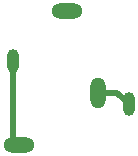
<source format=gbr>
%TF.GenerationSoftware,KiCad,Pcbnew,6.0.2+dfsg-1*%
%TF.CreationDate,2023-07-31T08:36:05-05:00*%
%TF.ProjectId,DrumPCB,4472756d-5043-4422-9e6b-696361645f70,rev?*%
%TF.SameCoordinates,Original*%
%TF.FileFunction,Copper,L2,Bot*%
%TF.FilePolarity,Positive*%
%FSLAX46Y46*%
G04 Gerber Fmt 4.6, Leading zero omitted, Abs format (unit mm)*
G04 Created by KiCad (PCBNEW 6.0.2+dfsg-1) date 2023-07-31 08:36:05*
%MOMM*%
%LPD*%
G01*
G04 APERTURE LIST*
%TA.AperFunction,ComponentPad*%
%ADD10O,2.616000X1.308000*%
%TD*%
%TA.AperFunction,ComponentPad*%
%ADD11O,1.008000X2.016000*%
%TD*%
%TA.AperFunction,ComponentPad*%
%ADD12O,1.308000X2.616000*%
%TD*%
%TA.AperFunction,Conductor*%
%ADD13C,0.500000*%
%TD*%
%TA.AperFunction,Conductor*%
%ADD14C,0.250000*%
%TD*%
G04 APERTURE END LIST*
D10*
%TO.P,J2,1*%
%TO.N,Earth*%
X133437500Y-83980000D03*
D11*
%TO.P,J2,2*%
%TO.N,Net-(R2-Pad1)*%
X138637500Y-91880000D03*
D12*
%TO.P,J2,3*%
X136037500Y-90880000D03*
D10*
%TO.P,J2,4*%
%TO.N,Net-(R1-Pad1)*%
X129337500Y-95280000D03*
D11*
%TO.P,J2,5*%
X128837500Y-88180000D03*
%TD*%
D13*
%TO.N,Net-(R2-Pad1)*%
X136037500Y-90880000D02*
X137637500Y-90880000D01*
X137637500Y-90880000D02*
X138637500Y-91880000D01*
%TO.N,Net-(R1-Pad1)*%
X128837500Y-88180000D02*
X128837500Y-94780000D01*
D14*
X128837500Y-94780000D02*
X129337500Y-95280000D01*
%TD*%
M02*

</source>
